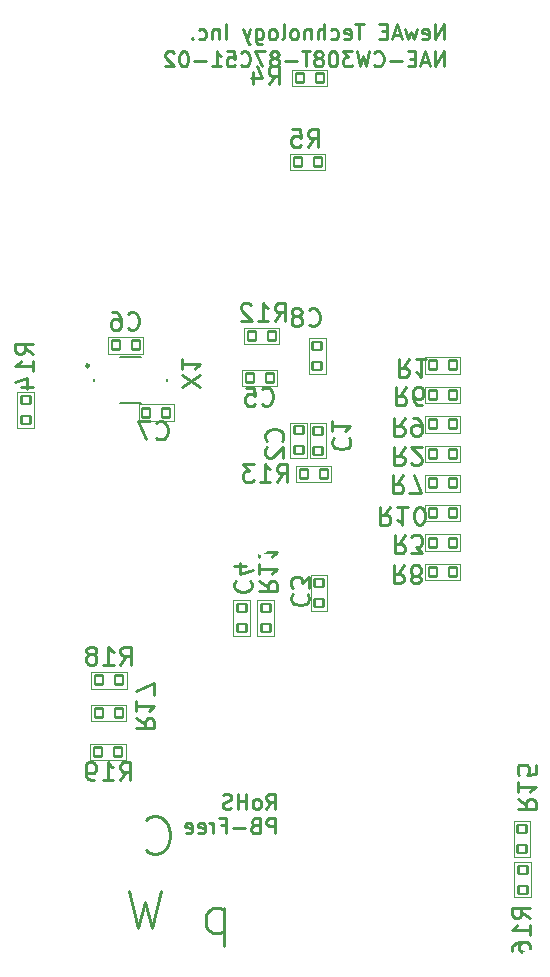
<source format=gbr>
%TF.GenerationSoftware,KiCad,Pcbnew,7.0.2*%
%TF.CreationDate,2023-05-23T14:23:01-07:00*%
%TF.ProjectId,CW308T_87C51,43573330-3854-45f3-9837-4335312e6b69,rev?*%
%TF.SameCoordinates,Original*%
%TF.FileFunction,Legend,Bot*%
%TF.FilePolarity,Positive*%
%FSLAX46Y46*%
G04 Gerber Fmt 4.6, Leading zero omitted, Abs format (unit mm)*
G04 Created by KiCad (PCBNEW 7.0.2) date 2023-05-23 14:23:01*
%MOMM*%
%LPD*%
G01*
G04 APERTURE LIST*
G04 Aperture macros list*
%AMRoundRect*
0 Rectangle with rounded corners*
0 $1 Rounding radius*
0 $2 $3 $4 $5 $6 $7 $8 $9 X,Y pos of 4 corners*
0 Add a 4 corners polygon primitive as box body*
4,1,4,$2,$3,$4,$5,$6,$7,$8,$9,$2,$3,0*
0 Add four circle primitives for the rounded corners*
1,1,$1+$1,$2,$3*
1,1,$1+$1,$4,$5*
1,1,$1+$1,$6,$7*
1,1,$1+$1,$8,$9*
0 Add four rect primitives between the rounded corners*
20,1,$1+$1,$2,$3,$4,$5,0*
20,1,$1+$1,$4,$5,$6,$7,0*
20,1,$1+$1,$6,$7,$8,$9,0*
20,1,$1+$1,$8,$9,$2,$3,0*%
G04 Aperture macros list end*
%ADD10C,0.254000*%
%ADD11C,0.100000*%
%ADD12C,0.200000*%
%ADD13C,0.250000*%
%ADD14R,1.550000X1.550000*%
%ADD15C,1.550000*%
%ADD16R,1.524000X1.524000*%
%ADD17C,1.524000*%
%ADD18R,2.794000X1.524000*%
%ADD19O,2.794000X1.524000*%
%ADD20R,1.524000X2.794000*%
%ADD21O,1.524000X2.794000*%
%ADD22C,6.350000*%
%ADD23RoundRect,0.112500X-0.387500X-0.337500X0.387500X-0.337500X0.387500X0.337500X-0.387500X0.337500X0*%
%ADD24RoundRect,0.112500X-0.337500X0.387500X-0.337500X-0.387500X0.337500X-0.387500X0.337500X0.387500X0*%
%ADD25RoundRect,0.112500X0.337500X-0.387500X0.337500X0.387500X-0.337500X0.387500X-0.337500X-0.387500X0*%
%ADD26RoundRect,0.112500X0.387500X0.337500X-0.387500X0.337500X-0.387500X-0.337500X0.387500X-0.337500X0*%
%ADD27R,1.800000X1.400000*%
G04 APERTURE END LIST*
D10*
X86697619Y91412474D02*
X86697619Y92682474D01*
X86697619Y92682474D02*
X85971904Y91412474D01*
X85971904Y91412474D02*
X85971904Y92682474D01*
X85427619Y91775331D02*
X84822857Y91775331D01*
X85548571Y91412474D02*
X85125238Y92682474D01*
X85125238Y92682474D02*
X84701904Y91412474D01*
X84278572Y92077712D02*
X83855238Y92077712D01*
X83673810Y91412474D02*
X84278572Y91412474D01*
X84278572Y91412474D02*
X84278572Y92682474D01*
X84278572Y92682474D02*
X83673810Y92682474D01*
X83129524Y91896284D02*
X82161905Y91896284D01*
X80831428Y91533427D02*
X80891904Y91472950D01*
X80891904Y91472950D02*
X81073333Y91412474D01*
X81073333Y91412474D02*
X81194285Y91412474D01*
X81194285Y91412474D02*
X81375714Y91472950D01*
X81375714Y91472950D02*
X81496666Y91593903D01*
X81496666Y91593903D02*
X81557143Y91714855D01*
X81557143Y91714855D02*
X81617619Y91956760D01*
X81617619Y91956760D02*
X81617619Y92138189D01*
X81617619Y92138189D02*
X81557143Y92380093D01*
X81557143Y92380093D02*
X81496666Y92501046D01*
X81496666Y92501046D02*
X81375714Y92621998D01*
X81375714Y92621998D02*
X81194285Y92682474D01*
X81194285Y92682474D02*
X81073333Y92682474D01*
X81073333Y92682474D02*
X80891904Y92621998D01*
X80891904Y92621998D02*
X80831428Y92561522D01*
X80408095Y92682474D02*
X80105714Y91412474D01*
X80105714Y91412474D02*
X79863809Y92319617D01*
X79863809Y92319617D02*
X79621904Y91412474D01*
X79621904Y91412474D02*
X79319524Y92682474D01*
X78956666Y92682474D02*
X78170475Y92682474D01*
X78170475Y92682474D02*
X78593809Y92198665D01*
X78593809Y92198665D02*
X78412380Y92198665D01*
X78412380Y92198665D02*
X78291428Y92138189D01*
X78291428Y92138189D02*
X78230952Y92077712D01*
X78230952Y92077712D02*
X78170475Y91956760D01*
X78170475Y91956760D02*
X78170475Y91654379D01*
X78170475Y91654379D02*
X78230952Y91533427D01*
X78230952Y91533427D02*
X78291428Y91472950D01*
X78291428Y91472950D02*
X78412380Y91412474D01*
X78412380Y91412474D02*
X78775237Y91412474D01*
X78775237Y91412474D02*
X78896190Y91472950D01*
X78896190Y91472950D02*
X78956666Y91533427D01*
X77384285Y92682474D02*
X77263332Y92682474D01*
X77263332Y92682474D02*
X77142380Y92621998D01*
X77142380Y92621998D02*
X77081904Y92561522D01*
X77081904Y92561522D02*
X77021428Y92440570D01*
X77021428Y92440570D02*
X76960951Y92198665D01*
X76960951Y92198665D02*
X76960951Y91896284D01*
X76960951Y91896284D02*
X77021428Y91654379D01*
X77021428Y91654379D02*
X77081904Y91533427D01*
X77081904Y91533427D02*
X77142380Y91472950D01*
X77142380Y91472950D02*
X77263332Y91412474D01*
X77263332Y91412474D02*
X77384285Y91412474D01*
X77384285Y91412474D02*
X77505237Y91472950D01*
X77505237Y91472950D02*
X77565713Y91533427D01*
X77565713Y91533427D02*
X77626190Y91654379D01*
X77626190Y91654379D02*
X77686666Y91896284D01*
X77686666Y91896284D02*
X77686666Y92198665D01*
X77686666Y92198665D02*
X77626190Y92440570D01*
X77626190Y92440570D02*
X77565713Y92561522D01*
X77565713Y92561522D02*
X77505237Y92621998D01*
X77505237Y92621998D02*
X77384285Y92682474D01*
X76235237Y92138189D02*
X76356189Y92198665D01*
X76356189Y92198665D02*
X76416666Y92259141D01*
X76416666Y92259141D02*
X76477142Y92380093D01*
X76477142Y92380093D02*
X76477142Y92440570D01*
X76477142Y92440570D02*
X76416666Y92561522D01*
X76416666Y92561522D02*
X76356189Y92621998D01*
X76356189Y92621998D02*
X76235237Y92682474D01*
X76235237Y92682474D02*
X75993332Y92682474D01*
X75993332Y92682474D02*
X75872380Y92621998D01*
X75872380Y92621998D02*
X75811904Y92561522D01*
X75811904Y92561522D02*
X75751427Y92440570D01*
X75751427Y92440570D02*
X75751427Y92380093D01*
X75751427Y92380093D02*
X75811904Y92259141D01*
X75811904Y92259141D02*
X75872380Y92198665D01*
X75872380Y92198665D02*
X75993332Y92138189D01*
X75993332Y92138189D02*
X76235237Y92138189D01*
X76235237Y92138189D02*
X76356189Y92077712D01*
X76356189Y92077712D02*
X76416666Y92017236D01*
X76416666Y92017236D02*
X76477142Y91896284D01*
X76477142Y91896284D02*
X76477142Y91654379D01*
X76477142Y91654379D02*
X76416666Y91533427D01*
X76416666Y91533427D02*
X76356189Y91472950D01*
X76356189Y91472950D02*
X76235237Y91412474D01*
X76235237Y91412474D02*
X75993332Y91412474D01*
X75993332Y91412474D02*
X75872380Y91472950D01*
X75872380Y91472950D02*
X75811904Y91533427D01*
X75811904Y91533427D02*
X75751427Y91654379D01*
X75751427Y91654379D02*
X75751427Y91896284D01*
X75751427Y91896284D02*
X75811904Y92017236D01*
X75811904Y92017236D02*
X75872380Y92077712D01*
X75872380Y92077712D02*
X75993332Y92138189D01*
X75388570Y92682474D02*
X74662856Y92682474D01*
X75025713Y91412474D02*
X75025713Y92682474D01*
X74239523Y91896284D02*
X73271904Y91896284D01*
X72485713Y92138189D02*
X72606665Y92198665D01*
X72606665Y92198665D02*
X72667142Y92259141D01*
X72667142Y92259141D02*
X72727618Y92380093D01*
X72727618Y92380093D02*
X72727618Y92440570D01*
X72727618Y92440570D02*
X72667142Y92561522D01*
X72667142Y92561522D02*
X72606665Y92621998D01*
X72606665Y92621998D02*
X72485713Y92682474D01*
X72485713Y92682474D02*
X72243808Y92682474D01*
X72243808Y92682474D02*
X72122856Y92621998D01*
X72122856Y92621998D02*
X72062380Y92561522D01*
X72062380Y92561522D02*
X72001903Y92440570D01*
X72001903Y92440570D02*
X72001903Y92380093D01*
X72001903Y92380093D02*
X72062380Y92259141D01*
X72062380Y92259141D02*
X72122856Y92198665D01*
X72122856Y92198665D02*
X72243808Y92138189D01*
X72243808Y92138189D02*
X72485713Y92138189D01*
X72485713Y92138189D02*
X72606665Y92077712D01*
X72606665Y92077712D02*
X72667142Y92017236D01*
X72667142Y92017236D02*
X72727618Y91896284D01*
X72727618Y91896284D02*
X72727618Y91654379D01*
X72727618Y91654379D02*
X72667142Y91533427D01*
X72667142Y91533427D02*
X72606665Y91472950D01*
X72606665Y91472950D02*
X72485713Y91412474D01*
X72485713Y91412474D02*
X72243808Y91412474D01*
X72243808Y91412474D02*
X72122856Y91472950D01*
X72122856Y91472950D02*
X72062380Y91533427D01*
X72062380Y91533427D02*
X72001903Y91654379D01*
X72001903Y91654379D02*
X72001903Y91896284D01*
X72001903Y91896284D02*
X72062380Y92017236D01*
X72062380Y92017236D02*
X72122856Y92077712D01*
X72122856Y92077712D02*
X72243808Y92138189D01*
X71578570Y92682474D02*
X70731903Y92682474D01*
X70731903Y92682474D02*
X71276189Y91412474D01*
X69522379Y91533427D02*
X69582855Y91472950D01*
X69582855Y91472950D02*
X69764284Y91412474D01*
X69764284Y91412474D02*
X69885236Y91412474D01*
X69885236Y91412474D02*
X70066665Y91472950D01*
X70066665Y91472950D02*
X70187617Y91593903D01*
X70187617Y91593903D02*
X70248094Y91714855D01*
X70248094Y91714855D02*
X70308570Y91956760D01*
X70308570Y91956760D02*
X70308570Y92138189D01*
X70308570Y92138189D02*
X70248094Y92380093D01*
X70248094Y92380093D02*
X70187617Y92501046D01*
X70187617Y92501046D02*
X70066665Y92621998D01*
X70066665Y92621998D02*
X69885236Y92682474D01*
X69885236Y92682474D02*
X69764284Y92682474D01*
X69764284Y92682474D02*
X69582855Y92621998D01*
X69582855Y92621998D02*
X69522379Y92561522D01*
X68373332Y92682474D02*
X68978094Y92682474D01*
X68978094Y92682474D02*
X69038570Y92077712D01*
X69038570Y92077712D02*
X68978094Y92138189D01*
X68978094Y92138189D02*
X68857141Y92198665D01*
X68857141Y92198665D02*
X68554760Y92198665D01*
X68554760Y92198665D02*
X68433808Y92138189D01*
X68433808Y92138189D02*
X68373332Y92077712D01*
X68373332Y92077712D02*
X68312855Y91956760D01*
X68312855Y91956760D02*
X68312855Y91654379D01*
X68312855Y91654379D02*
X68373332Y91533427D01*
X68373332Y91533427D02*
X68433808Y91472950D01*
X68433808Y91472950D02*
X68554760Y91412474D01*
X68554760Y91412474D02*
X68857141Y91412474D01*
X68857141Y91412474D02*
X68978094Y91472950D01*
X68978094Y91472950D02*
X69038570Y91533427D01*
X67103331Y91412474D02*
X67829046Y91412474D01*
X67466189Y91412474D02*
X67466189Y92682474D01*
X67466189Y92682474D02*
X67587141Y92501046D01*
X67587141Y92501046D02*
X67708093Y92380093D01*
X67708093Y92380093D02*
X67829046Y92319617D01*
X66559046Y91896284D02*
X65591427Y91896284D01*
X64744760Y92682474D02*
X64623807Y92682474D01*
X64623807Y92682474D02*
X64502855Y92621998D01*
X64502855Y92621998D02*
X64442379Y92561522D01*
X64442379Y92561522D02*
X64381903Y92440570D01*
X64381903Y92440570D02*
X64321426Y92198665D01*
X64321426Y92198665D02*
X64321426Y91896284D01*
X64321426Y91896284D02*
X64381903Y91654379D01*
X64381903Y91654379D02*
X64442379Y91533427D01*
X64442379Y91533427D02*
X64502855Y91472950D01*
X64502855Y91472950D02*
X64623807Y91412474D01*
X64623807Y91412474D02*
X64744760Y91412474D01*
X64744760Y91412474D02*
X64865712Y91472950D01*
X64865712Y91472950D02*
X64926188Y91533427D01*
X64926188Y91533427D02*
X64986665Y91654379D01*
X64986665Y91654379D02*
X65047141Y91896284D01*
X65047141Y91896284D02*
X65047141Y92198665D01*
X65047141Y92198665D02*
X64986665Y92440570D01*
X64986665Y92440570D02*
X64926188Y92561522D01*
X64926188Y92561522D02*
X64865712Y92621998D01*
X64865712Y92621998D02*
X64744760Y92682474D01*
X63837617Y92561522D02*
X63777141Y92621998D01*
X63777141Y92621998D02*
X63656188Y92682474D01*
X63656188Y92682474D02*
X63353807Y92682474D01*
X63353807Y92682474D02*
X63232855Y92621998D01*
X63232855Y92621998D02*
X63172379Y92561522D01*
X63172379Y92561522D02*
X63111902Y92440570D01*
X63111902Y92440570D02*
X63111902Y92319617D01*
X63111902Y92319617D02*
X63172379Y92138189D01*
X63172379Y92138189D02*
X63898093Y91412474D01*
X63898093Y91412474D02*
X63111902Y91412474D01*
X62760713Y21606185D02*
X62004761Y18431185D01*
X62004761Y18431185D02*
X61399999Y20699042D01*
X61399999Y20699042D02*
X60795237Y18431185D01*
X60795237Y18431185D02*
X60039285Y21606185D01*
X71671904Y28541174D02*
X72095238Y29145936D01*
X72397619Y28541174D02*
X72397619Y29811174D01*
X72397619Y29811174D02*
X71913809Y29811174D01*
X71913809Y29811174D02*
X71792857Y29750698D01*
X71792857Y29750698D02*
X71732380Y29690222D01*
X71732380Y29690222D02*
X71671904Y29569270D01*
X71671904Y29569270D02*
X71671904Y29387841D01*
X71671904Y29387841D02*
X71732380Y29266889D01*
X71732380Y29266889D02*
X71792857Y29206412D01*
X71792857Y29206412D02*
X71913809Y29145936D01*
X71913809Y29145936D02*
X72397619Y29145936D01*
X70946190Y28541174D02*
X71067142Y28601650D01*
X71067142Y28601650D02*
X71127619Y28662127D01*
X71127619Y28662127D02*
X71188095Y28783079D01*
X71188095Y28783079D02*
X71188095Y29145936D01*
X71188095Y29145936D02*
X71127619Y29266889D01*
X71127619Y29266889D02*
X71067142Y29327365D01*
X71067142Y29327365D02*
X70946190Y29387841D01*
X70946190Y29387841D02*
X70764761Y29387841D01*
X70764761Y29387841D02*
X70643809Y29327365D01*
X70643809Y29327365D02*
X70583333Y29266889D01*
X70583333Y29266889D02*
X70522857Y29145936D01*
X70522857Y29145936D02*
X70522857Y28783079D01*
X70522857Y28783079D02*
X70583333Y28662127D01*
X70583333Y28662127D02*
X70643809Y28601650D01*
X70643809Y28601650D02*
X70764761Y28541174D01*
X70764761Y28541174D02*
X70946190Y28541174D01*
X69978571Y28541174D02*
X69978571Y29811174D01*
X69978571Y29206412D02*
X69252856Y29206412D01*
X69252856Y28541174D02*
X69252856Y29811174D01*
X68708571Y28601650D02*
X68527142Y28541174D01*
X68527142Y28541174D02*
X68224761Y28541174D01*
X68224761Y28541174D02*
X68103809Y28601650D01*
X68103809Y28601650D02*
X68043333Y28662127D01*
X68043333Y28662127D02*
X67982856Y28783079D01*
X67982856Y28783079D02*
X67982856Y28904031D01*
X67982856Y28904031D02*
X68043333Y29024984D01*
X68043333Y29024984D02*
X68103809Y29085460D01*
X68103809Y29085460D02*
X68224761Y29145936D01*
X68224761Y29145936D02*
X68466666Y29206412D01*
X68466666Y29206412D02*
X68587618Y29266889D01*
X68587618Y29266889D02*
X68648095Y29327365D01*
X68648095Y29327365D02*
X68708571Y29448317D01*
X68708571Y29448317D02*
X68708571Y29569270D01*
X68708571Y29569270D02*
X68648095Y29690222D01*
X68648095Y29690222D02*
X68587618Y29750698D01*
X68587618Y29750698D02*
X68466666Y29811174D01*
X68466666Y29811174D02*
X68164285Y29811174D01*
X68164285Y29811174D02*
X67982856Y29750698D01*
X72397619Y26483774D02*
X72397619Y27753774D01*
X72397619Y27753774D02*
X71913809Y27753774D01*
X71913809Y27753774D02*
X71792857Y27693298D01*
X71792857Y27693298D02*
X71732380Y27632822D01*
X71732380Y27632822D02*
X71671904Y27511870D01*
X71671904Y27511870D02*
X71671904Y27330441D01*
X71671904Y27330441D02*
X71732380Y27209489D01*
X71732380Y27209489D02*
X71792857Y27149012D01*
X71792857Y27149012D02*
X71913809Y27088536D01*
X71913809Y27088536D02*
X72397619Y27088536D01*
X70704285Y27149012D02*
X70522857Y27088536D01*
X70522857Y27088536D02*
X70462380Y27028060D01*
X70462380Y27028060D02*
X70401904Y26907108D01*
X70401904Y26907108D02*
X70401904Y26725679D01*
X70401904Y26725679D02*
X70462380Y26604727D01*
X70462380Y26604727D02*
X70522857Y26544250D01*
X70522857Y26544250D02*
X70643809Y26483774D01*
X70643809Y26483774D02*
X71127619Y26483774D01*
X71127619Y26483774D02*
X71127619Y27753774D01*
X71127619Y27753774D02*
X70704285Y27753774D01*
X70704285Y27753774D02*
X70583333Y27693298D01*
X70583333Y27693298D02*
X70522857Y27632822D01*
X70522857Y27632822D02*
X70462380Y27511870D01*
X70462380Y27511870D02*
X70462380Y27390917D01*
X70462380Y27390917D02*
X70522857Y27269965D01*
X70522857Y27269965D02*
X70583333Y27209489D01*
X70583333Y27209489D02*
X70704285Y27149012D01*
X70704285Y27149012D02*
X71127619Y27149012D01*
X69857619Y26967584D02*
X68890000Y26967584D01*
X67861904Y27149012D02*
X68285238Y27149012D01*
X68285238Y26483774D02*
X68285238Y27753774D01*
X68285238Y27753774D02*
X67680476Y27753774D01*
X67196667Y26483774D02*
X67196667Y27330441D01*
X67196667Y27088536D02*
X67136190Y27209489D01*
X67136190Y27209489D02*
X67075714Y27269965D01*
X67075714Y27269965D02*
X66954762Y27330441D01*
X66954762Y27330441D02*
X66833809Y27330441D01*
X65926667Y26544250D02*
X66047619Y26483774D01*
X66047619Y26483774D02*
X66289524Y26483774D01*
X66289524Y26483774D02*
X66410477Y26544250D01*
X66410477Y26544250D02*
X66470953Y26665203D01*
X66470953Y26665203D02*
X66470953Y27149012D01*
X66470953Y27149012D02*
X66410477Y27269965D01*
X66410477Y27269965D02*
X66289524Y27330441D01*
X66289524Y27330441D02*
X66047619Y27330441D01*
X66047619Y27330441D02*
X65926667Y27269965D01*
X65926667Y27269965D02*
X65866191Y27149012D01*
X65866191Y27149012D02*
X65866191Y27028060D01*
X65866191Y27028060D02*
X66470953Y26907108D01*
X64838096Y26544250D02*
X64959048Y26483774D01*
X64959048Y26483774D02*
X65200953Y26483774D01*
X65200953Y26483774D02*
X65321906Y26544250D01*
X65321906Y26544250D02*
X65382382Y26665203D01*
X65382382Y26665203D02*
X65382382Y27149012D01*
X65382382Y27149012D02*
X65321906Y27269965D01*
X65321906Y27269965D02*
X65200953Y27330441D01*
X65200953Y27330441D02*
X64959048Y27330441D01*
X64959048Y27330441D02*
X64838096Y27269965D01*
X64838096Y27269965D02*
X64777620Y27149012D01*
X64777620Y27149012D02*
X64777620Y27028060D01*
X64777620Y27028060D02*
X65382382Y26907108D01*
X86697619Y93712474D02*
X86697619Y94982474D01*
X86697619Y94982474D02*
X85971904Y93712474D01*
X85971904Y93712474D02*
X85971904Y94982474D01*
X84883333Y93772950D02*
X85004285Y93712474D01*
X85004285Y93712474D02*
X85246190Y93712474D01*
X85246190Y93712474D02*
X85367143Y93772950D01*
X85367143Y93772950D02*
X85427619Y93893903D01*
X85427619Y93893903D02*
X85427619Y94377712D01*
X85427619Y94377712D02*
X85367143Y94498665D01*
X85367143Y94498665D02*
X85246190Y94559141D01*
X85246190Y94559141D02*
X85004285Y94559141D01*
X85004285Y94559141D02*
X84883333Y94498665D01*
X84883333Y94498665D02*
X84822857Y94377712D01*
X84822857Y94377712D02*
X84822857Y94256760D01*
X84822857Y94256760D02*
X85427619Y94135808D01*
X84399524Y94559141D02*
X84157619Y93712474D01*
X84157619Y93712474D02*
X83915714Y94317236D01*
X83915714Y94317236D02*
X83673810Y93712474D01*
X83673810Y93712474D02*
X83431905Y94559141D01*
X83008572Y94075331D02*
X82403810Y94075331D01*
X83129524Y93712474D02*
X82706191Y94982474D01*
X82706191Y94982474D02*
X82282857Y93712474D01*
X81859525Y94377712D02*
X81436191Y94377712D01*
X81254763Y93712474D02*
X81859525Y93712474D01*
X81859525Y93712474D02*
X81859525Y94982474D01*
X81859525Y94982474D02*
X81254763Y94982474D01*
X79924286Y94982474D02*
X79198572Y94982474D01*
X79561429Y93712474D02*
X79561429Y94982474D01*
X78291429Y93772950D02*
X78412381Y93712474D01*
X78412381Y93712474D02*
X78654286Y93712474D01*
X78654286Y93712474D02*
X78775239Y93772950D01*
X78775239Y93772950D02*
X78835715Y93893903D01*
X78835715Y93893903D02*
X78835715Y94377712D01*
X78835715Y94377712D02*
X78775239Y94498665D01*
X78775239Y94498665D02*
X78654286Y94559141D01*
X78654286Y94559141D02*
X78412381Y94559141D01*
X78412381Y94559141D02*
X78291429Y94498665D01*
X78291429Y94498665D02*
X78230953Y94377712D01*
X78230953Y94377712D02*
X78230953Y94256760D01*
X78230953Y94256760D02*
X78835715Y94135808D01*
X77142382Y93772950D02*
X77263334Y93712474D01*
X77263334Y93712474D02*
X77505239Y93712474D01*
X77505239Y93712474D02*
X77626191Y93772950D01*
X77626191Y93772950D02*
X77686668Y93833427D01*
X77686668Y93833427D02*
X77747144Y93954379D01*
X77747144Y93954379D02*
X77747144Y94317236D01*
X77747144Y94317236D02*
X77686668Y94438189D01*
X77686668Y94438189D02*
X77626191Y94498665D01*
X77626191Y94498665D02*
X77505239Y94559141D01*
X77505239Y94559141D02*
X77263334Y94559141D01*
X77263334Y94559141D02*
X77142382Y94498665D01*
X76598097Y93712474D02*
X76598097Y94982474D01*
X76053811Y93712474D02*
X76053811Y94377712D01*
X76053811Y94377712D02*
X76114287Y94498665D01*
X76114287Y94498665D02*
X76235239Y94559141D01*
X76235239Y94559141D02*
X76416668Y94559141D01*
X76416668Y94559141D02*
X76537620Y94498665D01*
X76537620Y94498665D02*
X76598097Y94438189D01*
X75449049Y94559141D02*
X75449049Y93712474D01*
X75449049Y94438189D02*
X75388572Y94498665D01*
X75388572Y94498665D02*
X75267620Y94559141D01*
X75267620Y94559141D02*
X75086191Y94559141D01*
X75086191Y94559141D02*
X74965239Y94498665D01*
X74965239Y94498665D02*
X74904763Y94377712D01*
X74904763Y94377712D02*
X74904763Y93712474D01*
X74118572Y93712474D02*
X74239524Y93772950D01*
X74239524Y93772950D02*
X74300001Y93833427D01*
X74300001Y93833427D02*
X74360477Y93954379D01*
X74360477Y93954379D02*
X74360477Y94317236D01*
X74360477Y94317236D02*
X74300001Y94438189D01*
X74300001Y94438189D02*
X74239524Y94498665D01*
X74239524Y94498665D02*
X74118572Y94559141D01*
X74118572Y94559141D02*
X73937143Y94559141D01*
X73937143Y94559141D02*
X73816191Y94498665D01*
X73816191Y94498665D02*
X73755715Y94438189D01*
X73755715Y94438189D02*
X73695239Y94317236D01*
X73695239Y94317236D02*
X73695239Y93954379D01*
X73695239Y93954379D02*
X73755715Y93833427D01*
X73755715Y93833427D02*
X73816191Y93772950D01*
X73816191Y93772950D02*
X73937143Y93712474D01*
X73937143Y93712474D02*
X74118572Y93712474D01*
X72969524Y93712474D02*
X73090476Y93772950D01*
X73090476Y93772950D02*
X73150953Y93893903D01*
X73150953Y93893903D02*
X73150953Y94982474D01*
X72304286Y93712474D02*
X72425238Y93772950D01*
X72425238Y93772950D02*
X72485715Y93833427D01*
X72485715Y93833427D02*
X72546191Y93954379D01*
X72546191Y93954379D02*
X72546191Y94317236D01*
X72546191Y94317236D02*
X72485715Y94438189D01*
X72485715Y94438189D02*
X72425238Y94498665D01*
X72425238Y94498665D02*
X72304286Y94559141D01*
X72304286Y94559141D02*
X72122857Y94559141D01*
X72122857Y94559141D02*
X72001905Y94498665D01*
X72001905Y94498665D02*
X71941429Y94438189D01*
X71941429Y94438189D02*
X71880953Y94317236D01*
X71880953Y94317236D02*
X71880953Y93954379D01*
X71880953Y93954379D02*
X71941429Y93833427D01*
X71941429Y93833427D02*
X72001905Y93772950D01*
X72001905Y93772950D02*
X72122857Y93712474D01*
X72122857Y93712474D02*
X72304286Y93712474D01*
X70792381Y94559141D02*
X70792381Y93531046D01*
X70792381Y93531046D02*
X70852857Y93410093D01*
X70852857Y93410093D02*
X70913333Y93349617D01*
X70913333Y93349617D02*
X71034286Y93289141D01*
X71034286Y93289141D02*
X71215714Y93289141D01*
X71215714Y93289141D02*
X71336667Y93349617D01*
X70792381Y93772950D02*
X70913333Y93712474D01*
X70913333Y93712474D02*
X71155238Y93712474D01*
X71155238Y93712474D02*
X71276190Y93772950D01*
X71276190Y93772950D02*
X71336667Y93833427D01*
X71336667Y93833427D02*
X71397143Y93954379D01*
X71397143Y93954379D02*
X71397143Y94317236D01*
X71397143Y94317236D02*
X71336667Y94438189D01*
X71336667Y94438189D02*
X71276190Y94498665D01*
X71276190Y94498665D02*
X71155238Y94559141D01*
X71155238Y94559141D02*
X70913333Y94559141D01*
X70913333Y94559141D02*
X70792381Y94498665D01*
X70308571Y94559141D02*
X70006190Y93712474D01*
X69703809Y94559141D02*
X70006190Y93712474D01*
X70006190Y93712474D02*
X70127142Y93410093D01*
X70127142Y93410093D02*
X70187619Y93349617D01*
X70187619Y93349617D02*
X70308571Y93289141D01*
X68252381Y93712474D02*
X68252381Y94982474D01*
X67647619Y94559141D02*
X67647619Y93712474D01*
X67647619Y94438189D02*
X67587142Y94498665D01*
X67587142Y94498665D02*
X67466190Y94559141D01*
X67466190Y94559141D02*
X67284761Y94559141D01*
X67284761Y94559141D02*
X67163809Y94498665D01*
X67163809Y94498665D02*
X67103333Y94377712D01*
X67103333Y94377712D02*
X67103333Y93712474D01*
X65954285Y93772950D02*
X66075237Y93712474D01*
X66075237Y93712474D02*
X66317142Y93712474D01*
X66317142Y93712474D02*
X66438094Y93772950D01*
X66438094Y93772950D02*
X66498571Y93833427D01*
X66498571Y93833427D02*
X66559047Y93954379D01*
X66559047Y93954379D02*
X66559047Y94317236D01*
X66559047Y94317236D02*
X66498571Y94438189D01*
X66498571Y94438189D02*
X66438094Y94498665D01*
X66438094Y94498665D02*
X66317142Y94559141D01*
X66317142Y94559141D02*
X66075237Y94559141D01*
X66075237Y94559141D02*
X65954285Y94498665D01*
X65410000Y93833427D02*
X65349523Y93772950D01*
X65349523Y93772950D02*
X65410000Y93712474D01*
X65410000Y93712474D02*
X65470476Y93772950D01*
X65470476Y93772950D02*
X65410000Y93833427D01*
X65410000Y93833427D02*
X65410000Y93712474D01*
X61517261Y25033566D02*
X61668452Y24882375D01*
X61668452Y24882375D02*
X62122023Y24731185D01*
X62122023Y24731185D02*
X62424404Y24731185D01*
X62424404Y24731185D02*
X62877976Y24882375D01*
X62877976Y24882375D02*
X63180357Y25184756D01*
X63180357Y25184756D02*
X63331547Y25487137D01*
X63331547Y25487137D02*
X63482738Y26091899D01*
X63482738Y26091899D02*
X63482738Y26545471D01*
X63482738Y26545471D02*
X63331547Y27150233D01*
X63331547Y27150233D02*
X63180357Y27452614D01*
X63180357Y27452614D02*
X62877976Y27754995D01*
X62877976Y27754995D02*
X62424404Y27906185D01*
X62424404Y27906185D02*
X62122023Y27906185D01*
X62122023Y27906185D02*
X61668452Y27754995D01*
X61668452Y27754995D02*
X61517261Y27603804D01*
X68080356Y20147852D02*
X68080356Y16972852D01*
X68080356Y19996661D02*
X67777975Y20147852D01*
X67777975Y20147852D02*
X67173213Y20147852D01*
X67173213Y20147852D02*
X66870832Y19996661D01*
X66870832Y19996661D02*
X66719642Y19845471D01*
X66719642Y19845471D02*
X66568451Y19543090D01*
X66568451Y19543090D02*
X66568451Y18635947D01*
X66568451Y18635947D02*
X66719642Y18333566D01*
X66719642Y18333566D02*
X66870832Y18182375D01*
X66870832Y18182375D02*
X67173213Y18031185D01*
X67173213Y18031185D02*
X67777975Y18031185D01*
X67777975Y18031185D02*
X68080356Y18182375D01*
%TO.C,C2*%
X72972748Y59726286D02*
X73045320Y59798858D01*
X73045320Y59798858D02*
X73117891Y60016572D01*
X73117891Y60016572D02*
X73117891Y60161715D01*
X73117891Y60161715D02*
X73045320Y60379429D01*
X73045320Y60379429D02*
X72900177Y60524572D01*
X72900177Y60524572D02*
X72755034Y60597143D01*
X72755034Y60597143D02*
X72464748Y60669715D01*
X72464748Y60669715D02*
X72247034Y60669715D01*
X72247034Y60669715D02*
X71956748Y60597143D01*
X71956748Y60597143D02*
X71811605Y60524572D01*
X71811605Y60524572D02*
X71666462Y60379429D01*
X71666462Y60379429D02*
X71593891Y60161715D01*
X71593891Y60161715D02*
X71593891Y60016572D01*
X71593891Y60016572D02*
X71666462Y59798858D01*
X71666462Y59798858D02*
X71739034Y59726286D01*
X71739034Y59145715D02*
X71666462Y59073143D01*
X71666462Y59073143D02*
X71593891Y58928000D01*
X71593891Y58928000D02*
X71593891Y58565143D01*
X71593891Y58565143D02*
X71666462Y58420000D01*
X71666462Y58420000D02*
X71739034Y58347429D01*
X71739034Y58347429D02*
X71884177Y58274858D01*
X71884177Y58274858D02*
X72029320Y58274858D01*
X72029320Y58274858D02*
X72247034Y58347429D01*
X72247034Y58347429D02*
X73117891Y59218286D01*
X73117891Y59218286D02*
X73117891Y58274858D01*
%TO.C,R1*%
X83756684Y66624692D02*
X83248684Y65898978D01*
X82885827Y66624692D02*
X82885827Y65100692D01*
X82885827Y65100692D02*
X83466398Y65100692D01*
X83466398Y65100692D02*
X83611541Y65173263D01*
X83611541Y65173263D02*
X83684112Y65245835D01*
X83684112Y65245835D02*
X83756684Y65390978D01*
X83756684Y65390978D02*
X83756684Y65608692D01*
X83756684Y65608692D02*
X83684112Y65753835D01*
X83684112Y65753835D02*
X83611541Y65826406D01*
X83611541Y65826406D02*
X83466398Y65898978D01*
X83466398Y65898978D02*
X82885827Y65898978D01*
X85208112Y66624692D02*
X84337255Y66624692D01*
X84772684Y66624692D02*
X84772684Y65100692D01*
X84772684Y65100692D02*
X84627541Y65318406D01*
X84627541Y65318406D02*
X84482398Y65463549D01*
X84482398Y65463549D02*
X84337255Y65536120D01*
%TO.C,R16*%
X93996691Y19314886D02*
X93270977Y19822886D01*
X93996691Y20185743D02*
X92472691Y20185743D01*
X92472691Y20185743D02*
X92472691Y19605172D01*
X92472691Y19605172D02*
X92545262Y19460029D01*
X92545262Y19460029D02*
X92617834Y19387458D01*
X92617834Y19387458D02*
X92762977Y19314886D01*
X92762977Y19314886D02*
X92980691Y19314886D01*
X92980691Y19314886D02*
X93125834Y19387458D01*
X93125834Y19387458D02*
X93198405Y19460029D01*
X93198405Y19460029D02*
X93270977Y19605172D01*
X93270977Y19605172D02*
X93270977Y20185743D01*
X93996691Y17863458D02*
X93996691Y18734315D01*
X93996691Y18298886D02*
X92472691Y18298886D01*
X92472691Y18298886D02*
X92690405Y18444029D01*
X92690405Y18444029D02*
X92835548Y18589172D01*
X92835548Y18589172D02*
X92908120Y18734315D01*
X92472691Y16557171D02*
X92472691Y16847457D01*
X92472691Y16847457D02*
X92545262Y16992600D01*
X92545262Y16992600D02*
X92617834Y17065171D01*
X92617834Y17065171D02*
X92835548Y17210314D01*
X92835548Y17210314D02*
X93125834Y17282886D01*
X93125834Y17282886D02*
X93706405Y17282886D01*
X93706405Y17282886D02*
X93851548Y17210314D01*
X93851548Y17210314D02*
X93924120Y17137743D01*
X93924120Y17137743D02*
X93996691Y16992600D01*
X93996691Y16992600D02*
X93996691Y16702314D01*
X93996691Y16702314D02*
X93924120Y16557171D01*
X93924120Y16557171D02*
X93851548Y16484600D01*
X93851548Y16484600D02*
X93706405Y16412029D01*
X93706405Y16412029D02*
X93343548Y16412029D01*
X93343548Y16412029D02*
X93198405Y16484600D01*
X93198405Y16484600D02*
X93125834Y16557171D01*
X93125834Y16557171D02*
X93053262Y16702314D01*
X93053262Y16702314D02*
X93053262Y16992600D01*
X93053262Y16992600D02*
X93125834Y17137743D01*
X93125834Y17137743D02*
X93198405Y17210314D01*
X93198405Y17210314D02*
X93343548Y17282886D01*
%TO.C,R19*%
X59269085Y30971309D02*
X59777085Y31697023D01*
X60139942Y30971309D02*
X60139942Y32495309D01*
X60139942Y32495309D02*
X59559371Y32495309D01*
X59559371Y32495309D02*
X59414228Y32422738D01*
X59414228Y32422738D02*
X59341657Y32350166D01*
X59341657Y32350166D02*
X59269085Y32205023D01*
X59269085Y32205023D02*
X59269085Y31987309D01*
X59269085Y31987309D02*
X59341657Y31842166D01*
X59341657Y31842166D02*
X59414228Y31769595D01*
X59414228Y31769595D02*
X59559371Y31697023D01*
X59559371Y31697023D02*
X60139942Y31697023D01*
X57817657Y30971309D02*
X58688514Y30971309D01*
X58253085Y30971309D02*
X58253085Y32495309D01*
X58253085Y32495309D02*
X58398228Y32277595D01*
X58398228Y32277595D02*
X58543371Y32132452D01*
X58543371Y32132452D02*
X58688514Y32059880D01*
X57091942Y30971309D02*
X56801656Y30971309D01*
X56801656Y30971309D02*
X56656513Y31043880D01*
X56656513Y31043880D02*
X56583942Y31116452D01*
X56583942Y31116452D02*
X56438799Y31334166D01*
X56438799Y31334166D02*
X56366228Y31624452D01*
X56366228Y31624452D02*
X56366228Y32205023D01*
X56366228Y32205023D02*
X56438799Y32350166D01*
X56438799Y32350166D02*
X56511371Y32422738D01*
X56511371Y32422738D02*
X56656513Y32495309D01*
X56656513Y32495309D02*
X56946799Y32495309D01*
X56946799Y32495309D02*
X57091942Y32422738D01*
X57091942Y32422738D02*
X57164513Y32350166D01*
X57164513Y32350166D02*
X57237085Y32205023D01*
X57237085Y32205023D02*
X57237085Y31842166D01*
X57237085Y31842166D02*
X57164513Y31697023D01*
X57164513Y31697023D02*
X57091942Y31624452D01*
X57091942Y31624452D02*
X56946799Y31551880D01*
X56946799Y31551880D02*
X56656513Y31551880D01*
X56656513Y31551880D02*
X56511371Y31624452D01*
X56511371Y31624452D02*
X56438799Y31697023D01*
X56438799Y31697023D02*
X56366228Y31842166D01*
%TO.C,R8*%
X83324884Y49175492D02*
X82816884Y48449778D01*
X82454027Y49175492D02*
X82454027Y47651492D01*
X82454027Y47651492D02*
X83034598Y47651492D01*
X83034598Y47651492D02*
X83179741Y47724063D01*
X83179741Y47724063D02*
X83252312Y47796635D01*
X83252312Y47796635D02*
X83324884Y47941778D01*
X83324884Y47941778D02*
X83324884Y48159492D01*
X83324884Y48159492D02*
X83252312Y48304635D01*
X83252312Y48304635D02*
X83179741Y48377206D01*
X83179741Y48377206D02*
X83034598Y48449778D01*
X83034598Y48449778D02*
X82454027Y48449778D01*
X84195741Y48304635D02*
X84050598Y48232063D01*
X84050598Y48232063D02*
X83978027Y48159492D01*
X83978027Y48159492D02*
X83905455Y48014349D01*
X83905455Y48014349D02*
X83905455Y47941778D01*
X83905455Y47941778D02*
X83978027Y47796635D01*
X83978027Y47796635D02*
X84050598Y47724063D01*
X84050598Y47724063D02*
X84195741Y47651492D01*
X84195741Y47651492D02*
X84486027Y47651492D01*
X84486027Y47651492D02*
X84631170Y47724063D01*
X84631170Y47724063D02*
X84703741Y47796635D01*
X84703741Y47796635D02*
X84776312Y47941778D01*
X84776312Y47941778D02*
X84776312Y48014349D01*
X84776312Y48014349D02*
X84703741Y48159492D01*
X84703741Y48159492D02*
X84631170Y48232063D01*
X84631170Y48232063D02*
X84486027Y48304635D01*
X84486027Y48304635D02*
X84195741Y48304635D01*
X84195741Y48304635D02*
X84050598Y48377206D01*
X84050598Y48377206D02*
X83978027Y48449778D01*
X83978027Y48449778D02*
X83905455Y48594920D01*
X83905455Y48594920D02*
X83905455Y48885206D01*
X83905455Y48885206D02*
X83978027Y49030349D01*
X83978027Y49030349D02*
X84050598Y49102920D01*
X84050598Y49102920D02*
X84195741Y49175492D01*
X84195741Y49175492D02*
X84486027Y49175492D01*
X84486027Y49175492D02*
X84631170Y49102920D01*
X84631170Y49102920D02*
X84703741Y49030349D01*
X84703741Y49030349D02*
X84776312Y48885206D01*
X84776312Y48885206D02*
X84776312Y48594920D01*
X84776312Y48594920D02*
X84703741Y48449778D01*
X84703741Y48449778D02*
X84631170Y48377206D01*
X84631170Y48377206D02*
X84486027Y48304635D01*
%TO.C,R12*%
X72413585Y69857809D02*
X72921585Y70583523D01*
X73284442Y69857809D02*
X73284442Y71381809D01*
X73284442Y71381809D02*
X72703871Y71381809D01*
X72703871Y71381809D02*
X72558728Y71309238D01*
X72558728Y71309238D02*
X72486157Y71236666D01*
X72486157Y71236666D02*
X72413585Y71091523D01*
X72413585Y71091523D02*
X72413585Y70873809D01*
X72413585Y70873809D02*
X72486157Y70728666D01*
X72486157Y70728666D02*
X72558728Y70656095D01*
X72558728Y70656095D02*
X72703871Y70583523D01*
X72703871Y70583523D02*
X73284442Y70583523D01*
X70962157Y69857809D02*
X71833014Y69857809D01*
X71397585Y69857809D02*
X71397585Y71381809D01*
X71397585Y71381809D02*
X71542728Y71164095D01*
X71542728Y71164095D02*
X71687871Y71018952D01*
X71687871Y71018952D02*
X71833014Y70946380D01*
X70381585Y71236666D02*
X70309013Y71309238D01*
X70309013Y71309238D02*
X70163871Y71381809D01*
X70163871Y71381809D02*
X69801013Y71381809D01*
X69801013Y71381809D02*
X69655871Y71309238D01*
X69655871Y71309238D02*
X69583299Y71236666D01*
X69583299Y71236666D02*
X69510728Y71091523D01*
X69510728Y71091523D02*
X69510728Y70946380D01*
X69510728Y70946380D02*
X69583299Y70728666D01*
X69583299Y70728666D02*
X70454156Y69857809D01*
X70454156Y69857809D02*
X69510728Y69857809D01*
%TO.C,R11*%
X71077908Y47842715D02*
X71803622Y47334715D01*
X71077908Y46971858D02*
X72601908Y46971858D01*
X72601908Y46971858D02*
X72601908Y47552429D01*
X72601908Y47552429D02*
X72529337Y47697572D01*
X72529337Y47697572D02*
X72456765Y47770143D01*
X72456765Y47770143D02*
X72311622Y47842715D01*
X72311622Y47842715D02*
X72093908Y47842715D01*
X72093908Y47842715D02*
X71948765Y47770143D01*
X71948765Y47770143D02*
X71876194Y47697572D01*
X71876194Y47697572D02*
X71803622Y47552429D01*
X71803622Y47552429D02*
X71803622Y46971858D01*
X71077908Y49294143D02*
X71077908Y48423286D01*
X71077908Y48858715D02*
X72601908Y48858715D01*
X72601908Y48858715D02*
X72384194Y48713572D01*
X72384194Y48713572D02*
X72239051Y48568429D01*
X72239051Y48568429D02*
X72166480Y48423286D01*
X71077908Y50745572D02*
X71077908Y49874715D01*
X71077908Y50310144D02*
X72601908Y50310144D01*
X72601908Y50310144D02*
X72384194Y50165001D01*
X72384194Y50165001D02*
X72239051Y50019858D01*
X72239051Y50019858D02*
X72166480Y49874715D01*
%TO.C,C5*%
X71308685Y62841052D02*
X71381257Y62768480D01*
X71381257Y62768480D02*
X71598971Y62695909D01*
X71598971Y62695909D02*
X71744114Y62695909D01*
X71744114Y62695909D02*
X71961828Y62768480D01*
X71961828Y62768480D02*
X72106971Y62913623D01*
X72106971Y62913623D02*
X72179542Y63058766D01*
X72179542Y63058766D02*
X72252114Y63349052D01*
X72252114Y63349052D02*
X72252114Y63566766D01*
X72252114Y63566766D02*
X72179542Y63857052D01*
X72179542Y63857052D02*
X72106971Y64002195D01*
X72106971Y64002195D02*
X71961828Y64147338D01*
X71961828Y64147338D02*
X71744114Y64219909D01*
X71744114Y64219909D02*
X71598971Y64219909D01*
X71598971Y64219909D02*
X71381257Y64147338D01*
X71381257Y64147338D02*
X71308685Y64074766D01*
X69929828Y64219909D02*
X70655542Y64219909D01*
X70655542Y64219909D02*
X70728114Y63494195D01*
X70728114Y63494195D02*
X70655542Y63566766D01*
X70655542Y63566766D02*
X70510400Y63639338D01*
X70510400Y63639338D02*
X70147542Y63639338D01*
X70147542Y63639338D02*
X70002400Y63566766D01*
X70002400Y63566766D02*
X69929828Y63494195D01*
X69929828Y63494195D02*
X69857257Y63349052D01*
X69857257Y63349052D02*
X69857257Y62986195D01*
X69857257Y62986195D02*
X69929828Y62841052D01*
X69929828Y62841052D02*
X70002400Y62768480D01*
X70002400Y62768480D02*
X70147542Y62695909D01*
X70147542Y62695909D02*
X70510400Y62695909D01*
X70510400Y62695909D02*
X70655542Y62768480D01*
X70655542Y62768480D02*
X70728114Y62841052D01*
%TO.C,R6*%
X83528084Y64226292D02*
X83020084Y63500578D01*
X82657227Y64226292D02*
X82657227Y62702292D01*
X82657227Y62702292D02*
X83237798Y62702292D01*
X83237798Y62702292D02*
X83382941Y62774863D01*
X83382941Y62774863D02*
X83455512Y62847435D01*
X83455512Y62847435D02*
X83528084Y62992578D01*
X83528084Y62992578D02*
X83528084Y63210292D01*
X83528084Y63210292D02*
X83455512Y63355435D01*
X83455512Y63355435D02*
X83382941Y63428006D01*
X83382941Y63428006D02*
X83237798Y63500578D01*
X83237798Y63500578D02*
X82657227Y63500578D01*
X84834370Y62702292D02*
X84544084Y62702292D01*
X84544084Y62702292D02*
X84398941Y62774863D01*
X84398941Y62774863D02*
X84326370Y62847435D01*
X84326370Y62847435D02*
X84181227Y63065149D01*
X84181227Y63065149D02*
X84108655Y63355435D01*
X84108655Y63355435D02*
X84108655Y63936006D01*
X84108655Y63936006D02*
X84181227Y64081149D01*
X84181227Y64081149D02*
X84253798Y64153720D01*
X84253798Y64153720D02*
X84398941Y64226292D01*
X84398941Y64226292D02*
X84689227Y64226292D01*
X84689227Y64226292D02*
X84834370Y64153720D01*
X84834370Y64153720D02*
X84906941Y64081149D01*
X84906941Y64081149D02*
X84979512Y63936006D01*
X84979512Y63936006D02*
X84979512Y63573149D01*
X84979512Y63573149D02*
X84906941Y63428006D01*
X84906941Y63428006D02*
X84834370Y63355435D01*
X84834370Y63355435D02*
X84689227Y63282863D01*
X84689227Y63282863D02*
X84398941Y63282863D01*
X84398941Y63282863D02*
X84253798Y63355435D01*
X84253798Y63355435D02*
X84181227Y63428006D01*
X84181227Y63428006D02*
X84108655Y63573149D01*
%TO.C,R2*%
X83375684Y59175492D02*
X82867684Y58449778D01*
X82504827Y59175492D02*
X82504827Y57651492D01*
X82504827Y57651492D02*
X83085398Y57651492D01*
X83085398Y57651492D02*
X83230541Y57724063D01*
X83230541Y57724063D02*
X83303112Y57796635D01*
X83303112Y57796635D02*
X83375684Y57941778D01*
X83375684Y57941778D02*
X83375684Y58159492D01*
X83375684Y58159492D02*
X83303112Y58304635D01*
X83303112Y58304635D02*
X83230541Y58377206D01*
X83230541Y58377206D02*
X83085398Y58449778D01*
X83085398Y58449778D02*
X82504827Y58449778D01*
X83956255Y57796635D02*
X84028827Y57724063D01*
X84028827Y57724063D02*
X84173970Y57651492D01*
X84173970Y57651492D02*
X84536827Y57651492D01*
X84536827Y57651492D02*
X84681970Y57724063D01*
X84681970Y57724063D02*
X84754541Y57796635D01*
X84754541Y57796635D02*
X84827112Y57941778D01*
X84827112Y57941778D02*
X84827112Y58086920D01*
X84827112Y58086920D02*
X84754541Y58304635D01*
X84754541Y58304635D02*
X83883684Y59175492D01*
X83883684Y59175492D02*
X84827112Y59175492D01*
%TO.C,R10*%
X82181884Y54124692D02*
X81673884Y53398978D01*
X81311027Y54124692D02*
X81311027Y52600692D01*
X81311027Y52600692D02*
X81891598Y52600692D01*
X81891598Y52600692D02*
X82036741Y52673263D01*
X82036741Y52673263D02*
X82109312Y52745835D01*
X82109312Y52745835D02*
X82181884Y52890978D01*
X82181884Y52890978D02*
X82181884Y53108692D01*
X82181884Y53108692D02*
X82109312Y53253835D01*
X82109312Y53253835D02*
X82036741Y53326406D01*
X82036741Y53326406D02*
X81891598Y53398978D01*
X81891598Y53398978D02*
X81311027Y53398978D01*
X83633312Y54124692D02*
X82762455Y54124692D01*
X83197884Y54124692D02*
X83197884Y52600692D01*
X83197884Y52600692D02*
X83052741Y52818406D01*
X83052741Y52818406D02*
X82907598Y52963549D01*
X82907598Y52963549D02*
X82762455Y53036120D01*
X84576741Y52600692D02*
X84721884Y52600692D01*
X84721884Y52600692D02*
X84867027Y52673263D01*
X84867027Y52673263D02*
X84939599Y52745835D01*
X84939599Y52745835D02*
X85012170Y52890978D01*
X85012170Y52890978D02*
X85084741Y53181263D01*
X85084741Y53181263D02*
X85084741Y53544120D01*
X85084741Y53544120D02*
X85012170Y53834406D01*
X85012170Y53834406D02*
X84939599Y53979549D01*
X84939599Y53979549D02*
X84867027Y54052120D01*
X84867027Y54052120D02*
X84721884Y54124692D01*
X84721884Y54124692D02*
X84576741Y54124692D01*
X84576741Y54124692D02*
X84431599Y54052120D01*
X84431599Y54052120D02*
X84359027Y53979549D01*
X84359027Y53979549D02*
X84286456Y53834406D01*
X84286456Y53834406D02*
X84213884Y53544120D01*
X84213884Y53544120D02*
X84213884Y53181263D01*
X84213884Y53181263D02*
X84286456Y52890978D01*
X84286456Y52890978D02*
X84359027Y52745835D01*
X84359027Y52745835D02*
X84431599Y52673263D01*
X84431599Y52673263D02*
X84576741Y52600692D01*
%TO.C,X1*%
X66074108Y64251115D02*
X64550108Y65267115D01*
X66074108Y65267115D02*
X64550108Y64251115D01*
X64550108Y66645972D02*
X64550108Y65775115D01*
X64550108Y66210544D02*
X66074108Y66210544D01*
X66074108Y66210544D02*
X65856394Y66065401D01*
X65856394Y66065401D02*
X65711251Y65920258D01*
X65711251Y65920258D02*
X65638680Y65775115D01*
%TO.C,C8*%
X75261585Y69555752D02*
X75334157Y69483180D01*
X75334157Y69483180D02*
X75551871Y69410609D01*
X75551871Y69410609D02*
X75697014Y69410609D01*
X75697014Y69410609D02*
X75914728Y69483180D01*
X75914728Y69483180D02*
X76059871Y69628323D01*
X76059871Y69628323D02*
X76132442Y69773466D01*
X76132442Y69773466D02*
X76205014Y70063752D01*
X76205014Y70063752D02*
X76205014Y70281466D01*
X76205014Y70281466D02*
X76132442Y70571752D01*
X76132442Y70571752D02*
X76059871Y70716895D01*
X76059871Y70716895D02*
X75914728Y70862038D01*
X75914728Y70862038D02*
X75697014Y70934609D01*
X75697014Y70934609D02*
X75551871Y70934609D01*
X75551871Y70934609D02*
X75334157Y70862038D01*
X75334157Y70862038D02*
X75261585Y70789466D01*
X74390728Y70281466D02*
X74535871Y70354038D01*
X74535871Y70354038D02*
X74608442Y70426609D01*
X74608442Y70426609D02*
X74681014Y70571752D01*
X74681014Y70571752D02*
X74681014Y70644323D01*
X74681014Y70644323D02*
X74608442Y70789466D01*
X74608442Y70789466D02*
X74535871Y70862038D01*
X74535871Y70862038D02*
X74390728Y70934609D01*
X74390728Y70934609D02*
X74100442Y70934609D01*
X74100442Y70934609D02*
X73955300Y70862038D01*
X73955300Y70862038D02*
X73882728Y70789466D01*
X73882728Y70789466D02*
X73810157Y70644323D01*
X73810157Y70644323D02*
X73810157Y70571752D01*
X73810157Y70571752D02*
X73882728Y70426609D01*
X73882728Y70426609D02*
X73955300Y70354038D01*
X73955300Y70354038D02*
X74100442Y70281466D01*
X74100442Y70281466D02*
X74390728Y70281466D01*
X74390728Y70281466D02*
X74535871Y70208895D01*
X74535871Y70208895D02*
X74608442Y70136323D01*
X74608442Y70136323D02*
X74681014Y69991180D01*
X74681014Y69991180D02*
X74681014Y69700895D01*
X74681014Y69700895D02*
X74608442Y69555752D01*
X74608442Y69555752D02*
X74535871Y69483180D01*
X74535871Y69483180D02*
X74390728Y69410609D01*
X74390728Y69410609D02*
X74100442Y69410609D01*
X74100442Y69410609D02*
X73955300Y69483180D01*
X73955300Y69483180D02*
X73882728Y69555752D01*
X73882728Y69555752D02*
X73810157Y69700895D01*
X73810157Y69700895D02*
X73810157Y69991180D01*
X73810157Y69991180D02*
X73882728Y70136323D01*
X73882728Y70136323D02*
X73955300Y70208895D01*
X73955300Y70208895D02*
X74100442Y70281466D01*
%TO.C,R17*%
X60663908Y36234915D02*
X61389622Y35726915D01*
X60663908Y35364058D02*
X62187908Y35364058D01*
X62187908Y35364058D02*
X62187908Y35944629D01*
X62187908Y35944629D02*
X62115337Y36089772D01*
X62115337Y36089772D02*
X62042765Y36162343D01*
X62042765Y36162343D02*
X61897622Y36234915D01*
X61897622Y36234915D02*
X61679908Y36234915D01*
X61679908Y36234915D02*
X61534765Y36162343D01*
X61534765Y36162343D02*
X61462194Y36089772D01*
X61462194Y36089772D02*
X61389622Y35944629D01*
X61389622Y35944629D02*
X61389622Y35364058D01*
X60663908Y37686343D02*
X60663908Y36815486D01*
X60663908Y37250915D02*
X62187908Y37250915D01*
X62187908Y37250915D02*
X61970194Y37105772D01*
X61970194Y37105772D02*
X61825051Y36960629D01*
X61825051Y36960629D02*
X61752480Y36815486D01*
X62187908Y38194344D02*
X62187908Y39210344D01*
X62187908Y39210344D02*
X60663908Y38557201D01*
%TO.C,R7*%
X83274084Y56777092D02*
X82766084Y56051378D01*
X82403227Y56777092D02*
X82403227Y55253092D01*
X82403227Y55253092D02*
X82983798Y55253092D01*
X82983798Y55253092D02*
X83128941Y55325663D01*
X83128941Y55325663D02*
X83201512Y55398235D01*
X83201512Y55398235D02*
X83274084Y55543378D01*
X83274084Y55543378D02*
X83274084Y55761092D01*
X83274084Y55761092D02*
X83201512Y55906235D01*
X83201512Y55906235D02*
X83128941Y55978806D01*
X83128941Y55978806D02*
X82983798Y56051378D01*
X82983798Y56051378D02*
X82403227Y56051378D01*
X83782084Y55253092D02*
X84798084Y55253092D01*
X84798084Y55253092D02*
X84144941Y56777092D01*
%TO.C,R14*%
X51959691Y67066886D02*
X51233977Y67574886D01*
X51959691Y67937743D02*
X50435691Y67937743D01*
X50435691Y67937743D02*
X50435691Y67357172D01*
X50435691Y67357172D02*
X50508262Y67212029D01*
X50508262Y67212029D02*
X50580834Y67139458D01*
X50580834Y67139458D02*
X50725977Y67066886D01*
X50725977Y67066886D02*
X50943691Y67066886D01*
X50943691Y67066886D02*
X51088834Y67139458D01*
X51088834Y67139458D02*
X51161405Y67212029D01*
X51161405Y67212029D02*
X51233977Y67357172D01*
X51233977Y67357172D02*
X51233977Y67937743D01*
X51959691Y65615458D02*
X51959691Y66486315D01*
X51959691Y66050886D02*
X50435691Y66050886D01*
X50435691Y66050886D02*
X50653405Y66196029D01*
X50653405Y66196029D02*
X50798548Y66341172D01*
X50798548Y66341172D02*
X50871120Y66486315D01*
X50943691Y64309171D02*
X51959691Y64309171D01*
X50363120Y64672029D02*
X51451691Y65034886D01*
X51451691Y65034886D02*
X51451691Y64091457D01*
%TO.C,C7*%
X62367885Y59970852D02*
X62440457Y59898280D01*
X62440457Y59898280D02*
X62658171Y59825709D01*
X62658171Y59825709D02*
X62803314Y59825709D01*
X62803314Y59825709D02*
X63021028Y59898280D01*
X63021028Y59898280D02*
X63166171Y60043423D01*
X63166171Y60043423D02*
X63238742Y60188566D01*
X63238742Y60188566D02*
X63311314Y60478852D01*
X63311314Y60478852D02*
X63311314Y60696566D01*
X63311314Y60696566D02*
X63238742Y60986852D01*
X63238742Y60986852D02*
X63166171Y61131995D01*
X63166171Y61131995D02*
X63021028Y61277138D01*
X63021028Y61277138D02*
X62803314Y61349709D01*
X62803314Y61349709D02*
X62658171Y61349709D01*
X62658171Y61349709D02*
X62440457Y61277138D01*
X62440457Y61277138D02*
X62367885Y61204566D01*
X61859885Y61349709D02*
X60843885Y61349709D01*
X60843885Y61349709D02*
X61497028Y59825709D01*
%TO.C,C6*%
X59954885Y69241852D02*
X60027457Y69169280D01*
X60027457Y69169280D02*
X60245171Y69096709D01*
X60245171Y69096709D02*
X60390314Y69096709D01*
X60390314Y69096709D02*
X60608028Y69169280D01*
X60608028Y69169280D02*
X60753171Y69314423D01*
X60753171Y69314423D02*
X60825742Y69459566D01*
X60825742Y69459566D02*
X60898314Y69749852D01*
X60898314Y69749852D02*
X60898314Y69967566D01*
X60898314Y69967566D02*
X60825742Y70257852D01*
X60825742Y70257852D02*
X60753171Y70402995D01*
X60753171Y70402995D02*
X60608028Y70548138D01*
X60608028Y70548138D02*
X60390314Y70620709D01*
X60390314Y70620709D02*
X60245171Y70620709D01*
X60245171Y70620709D02*
X60027457Y70548138D01*
X60027457Y70548138D02*
X59954885Y70475566D01*
X58648600Y70620709D02*
X58938885Y70620709D01*
X58938885Y70620709D02*
X59084028Y70548138D01*
X59084028Y70548138D02*
X59156600Y70475566D01*
X59156600Y70475566D02*
X59301742Y70257852D01*
X59301742Y70257852D02*
X59374314Y69967566D01*
X59374314Y69967566D02*
X59374314Y69386995D01*
X59374314Y69386995D02*
X59301742Y69241852D01*
X59301742Y69241852D02*
X59229171Y69169280D01*
X59229171Y69169280D02*
X59084028Y69096709D01*
X59084028Y69096709D02*
X58793742Y69096709D01*
X58793742Y69096709D02*
X58648600Y69169280D01*
X58648600Y69169280D02*
X58576028Y69241852D01*
X58576028Y69241852D02*
X58503457Y69386995D01*
X58503457Y69386995D02*
X58503457Y69749852D01*
X58503457Y69749852D02*
X58576028Y69894995D01*
X58576028Y69894995D02*
X58648600Y69967566D01*
X58648600Y69967566D02*
X58793742Y70040138D01*
X58793742Y70040138D02*
X59084028Y70040138D01*
X59084028Y70040138D02*
X59229171Y69967566D01*
X59229171Y69967566D02*
X59301742Y69894995D01*
X59301742Y69894995D02*
X59374314Y69749852D01*
%TO.C,R13*%
X72578685Y56218909D02*
X73086685Y56944623D01*
X73449542Y56218909D02*
X73449542Y57742909D01*
X73449542Y57742909D02*
X72868971Y57742909D01*
X72868971Y57742909D02*
X72723828Y57670338D01*
X72723828Y57670338D02*
X72651257Y57597766D01*
X72651257Y57597766D02*
X72578685Y57452623D01*
X72578685Y57452623D02*
X72578685Y57234909D01*
X72578685Y57234909D02*
X72651257Y57089766D01*
X72651257Y57089766D02*
X72723828Y57017195D01*
X72723828Y57017195D02*
X72868971Y56944623D01*
X72868971Y56944623D02*
X73449542Y56944623D01*
X71127257Y56218909D02*
X71998114Y56218909D01*
X71562685Y56218909D02*
X71562685Y57742909D01*
X71562685Y57742909D02*
X71707828Y57525195D01*
X71707828Y57525195D02*
X71852971Y57380052D01*
X71852971Y57380052D02*
X71998114Y57307480D01*
X70619256Y57742909D02*
X69675828Y57742909D01*
X69675828Y57742909D02*
X70183828Y57162338D01*
X70183828Y57162338D02*
X69966113Y57162338D01*
X69966113Y57162338D02*
X69820971Y57089766D01*
X69820971Y57089766D02*
X69748399Y57017195D01*
X69748399Y57017195D02*
X69675828Y56872052D01*
X69675828Y56872052D02*
X69675828Y56509195D01*
X69675828Y56509195D02*
X69748399Y56364052D01*
X69748399Y56364052D02*
X69820971Y56291480D01*
X69820971Y56291480D02*
X69966113Y56218909D01*
X69966113Y56218909D02*
X70401542Y56218909D01*
X70401542Y56218909D02*
X70546685Y56291480D01*
X70546685Y56291480D02*
X70619256Y56364052D01*
%TO.C,R4*%
X71866285Y89886509D02*
X72374285Y90612223D01*
X72737142Y89886509D02*
X72737142Y91410509D01*
X72737142Y91410509D02*
X72156571Y91410509D01*
X72156571Y91410509D02*
X72011428Y91337938D01*
X72011428Y91337938D02*
X71938857Y91265366D01*
X71938857Y91265366D02*
X71866285Y91120223D01*
X71866285Y91120223D02*
X71866285Y90902509D01*
X71866285Y90902509D02*
X71938857Y90757366D01*
X71938857Y90757366D02*
X72011428Y90684795D01*
X72011428Y90684795D02*
X72156571Y90612223D01*
X72156571Y90612223D02*
X72737142Y90612223D01*
X70560000Y90902509D02*
X70560000Y89886509D01*
X70922857Y91483080D02*
X71285714Y90394509D01*
X71285714Y90394509D02*
X70342285Y90394509D01*
%TO.C,R18*%
X59319885Y40750309D02*
X59827885Y41476023D01*
X60190742Y40750309D02*
X60190742Y42274309D01*
X60190742Y42274309D02*
X59610171Y42274309D01*
X59610171Y42274309D02*
X59465028Y42201738D01*
X59465028Y42201738D02*
X59392457Y42129166D01*
X59392457Y42129166D02*
X59319885Y41984023D01*
X59319885Y41984023D02*
X59319885Y41766309D01*
X59319885Y41766309D02*
X59392457Y41621166D01*
X59392457Y41621166D02*
X59465028Y41548595D01*
X59465028Y41548595D02*
X59610171Y41476023D01*
X59610171Y41476023D02*
X60190742Y41476023D01*
X57868457Y40750309D02*
X58739314Y40750309D01*
X58303885Y40750309D02*
X58303885Y42274309D01*
X58303885Y42274309D02*
X58449028Y42056595D01*
X58449028Y42056595D02*
X58594171Y41911452D01*
X58594171Y41911452D02*
X58739314Y41838880D01*
X56997599Y41621166D02*
X57142742Y41693738D01*
X57142742Y41693738D02*
X57215313Y41766309D01*
X57215313Y41766309D02*
X57287885Y41911452D01*
X57287885Y41911452D02*
X57287885Y41984023D01*
X57287885Y41984023D02*
X57215313Y42129166D01*
X57215313Y42129166D02*
X57142742Y42201738D01*
X57142742Y42201738D02*
X56997599Y42274309D01*
X56997599Y42274309D02*
X56707313Y42274309D01*
X56707313Y42274309D02*
X56562171Y42201738D01*
X56562171Y42201738D02*
X56489599Y42129166D01*
X56489599Y42129166D02*
X56417028Y41984023D01*
X56417028Y41984023D02*
X56417028Y41911452D01*
X56417028Y41911452D02*
X56489599Y41766309D01*
X56489599Y41766309D02*
X56562171Y41693738D01*
X56562171Y41693738D02*
X56707313Y41621166D01*
X56707313Y41621166D02*
X56997599Y41621166D01*
X56997599Y41621166D02*
X57142742Y41548595D01*
X57142742Y41548595D02*
X57215313Y41476023D01*
X57215313Y41476023D02*
X57287885Y41330880D01*
X57287885Y41330880D02*
X57287885Y41040595D01*
X57287885Y41040595D02*
X57215313Y40895452D01*
X57215313Y40895452D02*
X57142742Y40822880D01*
X57142742Y40822880D02*
X56997599Y40750309D01*
X56997599Y40750309D02*
X56707313Y40750309D01*
X56707313Y40750309D02*
X56562171Y40822880D01*
X56562171Y40822880D02*
X56489599Y40895452D01*
X56489599Y40895452D02*
X56417028Y41040595D01*
X56417028Y41040595D02*
X56417028Y41330880D01*
X56417028Y41330880D02*
X56489599Y41476023D01*
X56489599Y41476023D02*
X56562171Y41548595D01*
X56562171Y41548595D02*
X56707313Y41621166D01*
%TO.C,R5*%
X75220285Y84590709D02*
X75728285Y85316423D01*
X76091142Y84590709D02*
X76091142Y86114709D01*
X76091142Y86114709D02*
X75510571Y86114709D01*
X75510571Y86114709D02*
X75365428Y86042138D01*
X75365428Y86042138D02*
X75292857Y85969566D01*
X75292857Y85969566D02*
X75220285Y85824423D01*
X75220285Y85824423D02*
X75220285Y85606709D01*
X75220285Y85606709D02*
X75292857Y85461566D01*
X75292857Y85461566D02*
X75365428Y85388995D01*
X75365428Y85388995D02*
X75510571Y85316423D01*
X75510571Y85316423D02*
X76091142Y85316423D01*
X73841428Y86114709D02*
X74567142Y86114709D01*
X74567142Y86114709D02*
X74639714Y85388995D01*
X74639714Y85388995D02*
X74567142Y85461566D01*
X74567142Y85461566D02*
X74422000Y85534138D01*
X74422000Y85534138D02*
X74059142Y85534138D01*
X74059142Y85534138D02*
X73914000Y85461566D01*
X73914000Y85461566D02*
X73841428Y85388995D01*
X73841428Y85388995D02*
X73768857Y85243852D01*
X73768857Y85243852D02*
X73768857Y84880995D01*
X73768857Y84880995D02*
X73841428Y84735852D01*
X73841428Y84735852D02*
X73914000Y84663280D01*
X73914000Y84663280D02*
X74059142Y84590709D01*
X74059142Y84590709D02*
X74422000Y84590709D01*
X74422000Y84590709D02*
X74567142Y84663280D01*
X74567142Y84663280D02*
X74639714Y84735852D01*
%TO.C,R9*%
X83375734Y61650092D02*
X82867734Y60924378D01*
X82504877Y61650092D02*
X82504877Y60126092D01*
X82504877Y60126092D02*
X83085448Y60126092D01*
X83085448Y60126092D02*
X83230591Y60198663D01*
X83230591Y60198663D02*
X83303162Y60271235D01*
X83303162Y60271235D02*
X83375734Y60416378D01*
X83375734Y60416378D02*
X83375734Y60634092D01*
X83375734Y60634092D02*
X83303162Y60779235D01*
X83303162Y60779235D02*
X83230591Y60851806D01*
X83230591Y60851806D02*
X83085448Y60924378D01*
X83085448Y60924378D02*
X82504877Y60924378D01*
X84101448Y61650092D02*
X84391734Y61650092D01*
X84391734Y61650092D02*
X84536877Y61577520D01*
X84536877Y61577520D02*
X84609448Y61504949D01*
X84609448Y61504949D02*
X84754591Y61287235D01*
X84754591Y61287235D02*
X84827162Y60996949D01*
X84827162Y60996949D02*
X84827162Y60416378D01*
X84827162Y60416378D02*
X84754591Y60271235D01*
X84754591Y60271235D02*
X84682020Y60198663D01*
X84682020Y60198663D02*
X84536877Y60126092D01*
X84536877Y60126092D02*
X84246591Y60126092D01*
X84246591Y60126092D02*
X84101448Y60198663D01*
X84101448Y60198663D02*
X84028877Y60271235D01*
X84028877Y60271235D02*
X83956305Y60416378D01*
X83956305Y60416378D02*
X83956305Y60779235D01*
X83956305Y60779235D02*
X84028877Y60924378D01*
X84028877Y60924378D02*
X84101448Y60996949D01*
X84101448Y60996949D02*
X84246591Y61069520D01*
X84246591Y61069520D02*
X84536877Y61069520D01*
X84536877Y61069520D02*
X84682020Y60996949D01*
X84682020Y60996949D02*
X84754591Y60924378D01*
X84754591Y60924378D02*
X84827162Y60779235D01*
%TO.C,R3*%
X83426484Y51700892D02*
X82918484Y50975178D01*
X82555627Y51700892D02*
X82555627Y50176892D01*
X82555627Y50176892D02*
X83136198Y50176892D01*
X83136198Y50176892D02*
X83281341Y50249463D01*
X83281341Y50249463D02*
X83353912Y50322035D01*
X83353912Y50322035D02*
X83426484Y50467178D01*
X83426484Y50467178D02*
X83426484Y50684892D01*
X83426484Y50684892D02*
X83353912Y50830035D01*
X83353912Y50830035D02*
X83281341Y50902606D01*
X83281341Y50902606D02*
X83136198Y50975178D01*
X83136198Y50975178D02*
X82555627Y50975178D01*
X83934484Y50176892D02*
X84877912Y50176892D01*
X84877912Y50176892D02*
X84369912Y50757463D01*
X84369912Y50757463D02*
X84587627Y50757463D01*
X84587627Y50757463D02*
X84732770Y50830035D01*
X84732770Y50830035D02*
X84805341Y50902606D01*
X84805341Y50902606D02*
X84877912Y51047749D01*
X84877912Y51047749D02*
X84877912Y51410606D01*
X84877912Y51410606D02*
X84805341Y51555749D01*
X84805341Y51555749D02*
X84732770Y51628320D01*
X84732770Y51628320D02*
X84587627Y51700892D01*
X84587627Y51700892D02*
X84152198Y51700892D01*
X84152198Y51700892D02*
X84007055Y51628320D01*
X84007055Y51628320D02*
X83934484Y51555749D01*
%TO.C,C1*%
X77420651Y59933115D02*
X77348080Y59860543D01*
X77348080Y59860543D02*
X77275508Y59642829D01*
X77275508Y59642829D02*
X77275508Y59497686D01*
X77275508Y59497686D02*
X77348080Y59279972D01*
X77348080Y59279972D02*
X77493222Y59134829D01*
X77493222Y59134829D02*
X77638365Y59062258D01*
X77638365Y59062258D02*
X77928651Y58989686D01*
X77928651Y58989686D02*
X78146365Y58989686D01*
X78146365Y58989686D02*
X78436651Y59062258D01*
X78436651Y59062258D02*
X78581794Y59134829D01*
X78581794Y59134829D02*
X78726937Y59279972D01*
X78726937Y59279972D02*
X78799508Y59497686D01*
X78799508Y59497686D02*
X78799508Y59642829D01*
X78799508Y59642829D02*
X78726937Y59860543D01*
X78726937Y59860543D02*
X78654365Y59933115D01*
X77275508Y61384543D02*
X77275508Y60513686D01*
X77275508Y60949115D02*
X78799508Y60949115D01*
X78799508Y60949115D02*
X78581794Y60803972D01*
X78581794Y60803972D02*
X78436651Y60658829D01*
X78436651Y60658829D02*
X78364080Y60513686D01*
%TO.C,R15*%
X92947308Y29402315D02*
X93673022Y28894315D01*
X92947308Y28531458D02*
X94471308Y28531458D01*
X94471308Y28531458D02*
X94471308Y29112029D01*
X94471308Y29112029D02*
X94398737Y29257172D01*
X94398737Y29257172D02*
X94326165Y29329743D01*
X94326165Y29329743D02*
X94181022Y29402315D01*
X94181022Y29402315D02*
X93963308Y29402315D01*
X93963308Y29402315D02*
X93818165Y29329743D01*
X93818165Y29329743D02*
X93745594Y29257172D01*
X93745594Y29257172D02*
X93673022Y29112029D01*
X93673022Y29112029D02*
X93673022Y28531458D01*
X92947308Y30853743D02*
X92947308Y29982886D01*
X92947308Y30418315D02*
X94471308Y30418315D01*
X94471308Y30418315D02*
X94253594Y30273172D01*
X94253594Y30273172D02*
X94108451Y30128029D01*
X94108451Y30128029D02*
X94035880Y29982886D01*
X94471308Y32232601D02*
X94471308Y31506887D01*
X94471308Y31506887D02*
X93745594Y31434315D01*
X93745594Y31434315D02*
X93818165Y31506887D01*
X93818165Y31506887D02*
X93890737Y31652029D01*
X93890737Y31652029D02*
X93890737Y32014887D01*
X93890737Y32014887D02*
X93818165Y32160029D01*
X93818165Y32160029D02*
X93745594Y32232601D01*
X93745594Y32232601D02*
X93600451Y32305172D01*
X93600451Y32305172D02*
X93237594Y32305172D01*
X93237594Y32305172D02*
X93092451Y32232601D01*
X93092451Y32232601D02*
X93019880Y32160029D01*
X93019880Y32160029D02*
X92947308Y32014887D01*
X92947308Y32014887D02*
X92947308Y31652029D01*
X92947308Y31652029D02*
X93019880Y31506887D01*
X93019880Y31506887D02*
X93092451Y31434315D01*
%TO.C,C4*%
X69089451Y47842715D02*
X69016880Y47770143D01*
X69016880Y47770143D02*
X68944308Y47552429D01*
X68944308Y47552429D02*
X68944308Y47407286D01*
X68944308Y47407286D02*
X69016880Y47189572D01*
X69016880Y47189572D02*
X69162022Y47044429D01*
X69162022Y47044429D02*
X69307165Y46971858D01*
X69307165Y46971858D02*
X69597451Y46899286D01*
X69597451Y46899286D02*
X69815165Y46899286D01*
X69815165Y46899286D02*
X70105451Y46971858D01*
X70105451Y46971858D02*
X70250594Y47044429D01*
X70250594Y47044429D02*
X70395737Y47189572D01*
X70395737Y47189572D02*
X70468308Y47407286D01*
X70468308Y47407286D02*
X70468308Y47552429D01*
X70468308Y47552429D02*
X70395737Y47770143D01*
X70395737Y47770143D02*
X70323165Y47842715D01*
X69960308Y49149000D02*
X68944308Y49149000D01*
X70540880Y48786143D02*
X69452308Y48423286D01*
X69452308Y48423286D02*
X69452308Y49366715D01*
%TO.C,C3*%
X73931651Y46733715D02*
X73859080Y46661143D01*
X73859080Y46661143D02*
X73786508Y46443429D01*
X73786508Y46443429D02*
X73786508Y46298286D01*
X73786508Y46298286D02*
X73859080Y46080572D01*
X73859080Y46080572D02*
X74004222Y45935429D01*
X74004222Y45935429D02*
X74149365Y45862858D01*
X74149365Y45862858D02*
X74439651Y45790286D01*
X74439651Y45790286D02*
X74657365Y45790286D01*
X74657365Y45790286D02*
X74947651Y45862858D01*
X74947651Y45862858D02*
X75092794Y45935429D01*
X75092794Y45935429D02*
X75237937Y46080572D01*
X75237937Y46080572D02*
X75310508Y46298286D01*
X75310508Y46298286D02*
X75310508Y46443429D01*
X75310508Y46443429D02*
X75237937Y46661143D01*
X75237937Y46661143D02*
X75165365Y46733715D01*
X75310508Y47241715D02*
X75310508Y48185143D01*
X75310508Y48185143D02*
X74729937Y47677143D01*
X74729937Y47677143D02*
X74729937Y47894858D01*
X74729937Y47894858D02*
X74657365Y48040000D01*
X74657365Y48040000D02*
X74584794Y48112572D01*
X74584794Y48112572D02*
X74439651Y48185143D01*
X74439651Y48185143D02*
X74076794Y48185143D01*
X74076794Y48185143D02*
X73931651Y48112572D01*
X73931651Y48112572D02*
X73859080Y48040000D01*
X73859080Y48040000D02*
X73786508Y47894858D01*
X73786508Y47894858D02*
X73786508Y47459429D01*
X73786508Y47459429D02*
X73859080Y47314286D01*
X73859080Y47314286D02*
X73931651Y47241715D01*
D11*
%TO.C,C2*%
X73721980Y58240780D02*
X75122020Y58240780D01*
X73721980Y58240780D02*
X73721980Y61240820D01*
X75122020Y58240780D02*
X75122020Y61240820D01*
X73721980Y61240820D02*
X75122020Y61240820D01*
%TO.C,R1*%
X85100010Y66800020D02*
X88100000Y66800020D01*
X85100010Y65399970D02*
X85100010Y66800020D01*
X85100010Y65399970D02*
X88100000Y65399970D01*
X88100000Y65399970D02*
X88100000Y66800020D01*
%TO.C,R16*%
X92670380Y21055180D02*
X94070420Y21055180D01*
X92670380Y21055180D02*
X92670380Y24055220D01*
X94070420Y21055180D02*
X94070420Y24055220D01*
X92670380Y24055220D02*
X94070420Y24055220D01*
%TO.C,R19*%
X59767620Y32650180D02*
X59767620Y34050220D01*
X56767580Y32650180D02*
X59767620Y32650180D01*
X56767580Y32650180D02*
X56767580Y34050220D01*
X56767580Y34050220D02*
X59767620Y34050220D01*
%TO.C,R8*%
X85100010Y49300030D02*
X88100000Y49300030D01*
X85100010Y47899980D02*
X85100010Y49300030D01*
X85100010Y47899980D02*
X88100000Y47899980D01*
X88100000Y47899980D02*
X88100000Y49300030D01*
%TO.C,R12*%
X72785990Y67879980D02*
X72785990Y69280020D01*
X69785990Y67879980D02*
X72785990Y67879980D01*
X69785990Y67879980D02*
X69785990Y69280020D01*
X69785990Y69280020D02*
X72785990Y69280020D01*
%TO.C,R11*%
X70927980Y46204020D02*
X72328020Y46204020D01*
X72328020Y43203980D02*
X72328020Y46204020D01*
X70927980Y43203980D02*
X70927980Y46204020D01*
X70927980Y43203980D02*
X72328020Y43203980D01*
%TO.C,C5*%
X72620020Y64323980D02*
X72620020Y65724020D01*
X69619980Y64323980D02*
X72620020Y64323980D01*
X69619980Y64323980D02*
X69619980Y65724020D01*
X69619980Y65724020D02*
X72620020Y65724020D01*
%TO.C,R6*%
X85100010Y64300050D02*
X88100000Y64300050D01*
X85100010Y62900000D02*
X85100010Y64300050D01*
X85100010Y62900000D02*
X88100000Y62900000D01*
X88100000Y62900000D02*
X88100000Y64300050D01*
%TO.C,R2*%
X85100010Y59300010D02*
X88100000Y59300010D01*
X85100010Y57899960D02*
X85100010Y59300010D01*
X85100010Y57899960D02*
X88100000Y57899960D01*
X88100000Y57899960D02*
X88100000Y59300010D01*
%TO.C,R10*%
X85100010Y54300020D02*
X88100000Y54300020D01*
X85100010Y52899970D02*
X85100010Y54300020D01*
X85100010Y52899970D02*
X88100000Y52899970D01*
X88100000Y52899970D02*
X88100000Y54300020D01*
D12*
%TO.C,X1*%
X57072580Y64771630D02*
X57072580Y64971630D01*
X59269580Y66821610D02*
X61075620Y66821610D01*
X59269580Y62921590D02*
X61075620Y62921590D01*
X63272620Y64771630D02*
X63272620Y64971630D01*
D13*
X56647600Y66071600D02*
G75*
G03*
X56647600Y66071600I-125000J0D01*
G01*
D11*
%TO.C,C8*%
X75299980Y65400020D02*
X76700020Y65400020D01*
X75299980Y65400020D02*
X75299980Y68400020D01*
X76700020Y65400020D02*
X76700020Y68400020D01*
X75299980Y68400020D02*
X76700020Y68400020D01*
%TO.C,R17*%
X56818380Y37377620D02*
X59818420Y37377620D01*
X56818380Y35977580D02*
X56818380Y37377620D01*
X56818380Y35977580D02*
X59818420Y35977580D01*
X59818420Y35977580D02*
X59818420Y37377620D01*
%TO.C,R7*%
X85100010Y56800040D02*
X88100000Y56800040D01*
X85100010Y55399990D02*
X85100010Y56800040D01*
X85100010Y55399990D02*
X88100000Y55399990D01*
X88100000Y55399990D02*
X88100000Y56800040D01*
%TO.C,R14*%
X50607980Y60818010D02*
X52008020Y60818010D01*
X50607980Y60818010D02*
X50607980Y63818010D01*
X52008020Y60818010D02*
X52008020Y63818010D01*
X50607980Y63818010D02*
X52008020Y63818010D01*
%TO.C,C7*%
X63857020Y61402980D02*
X63857020Y62803020D01*
X60856980Y61402980D02*
X63857020Y61402980D01*
X60856980Y61402980D02*
X60856980Y62803020D01*
X60856980Y62803020D02*
X63857020Y62803020D01*
%TO.C,C6*%
X61266220Y67092580D02*
X61266220Y68492620D01*
X58266180Y67092580D02*
X61266220Y67092580D01*
X58266180Y67092580D02*
X58266180Y68492620D01*
X58266180Y68492620D02*
X61266220Y68492620D01*
%TO.C,R13*%
X77192020Y56195980D02*
X77192020Y57596020D01*
X74191980Y56195980D02*
X77192020Y56195980D01*
X74191980Y56195980D02*
X74191980Y57596020D01*
X74191980Y57596020D02*
X77192020Y57596020D01*
%TO.C,R4*%
X73849990Y91124020D02*
X76849990Y91124020D01*
X73849990Y89723980D02*
X73849990Y91124020D01*
X73849990Y89723980D02*
X76849990Y89723980D01*
X76849990Y89723980D02*
X76849990Y91124020D01*
%TO.C,R18*%
X56869180Y40120820D02*
X59869220Y40120820D01*
X56869180Y38720780D02*
X56869180Y40120820D01*
X56869180Y38720780D02*
X59869220Y38720780D01*
X59869220Y38720780D02*
X59869220Y40120820D01*
%TO.C,R5*%
X76684020Y82611980D02*
X76684020Y84012020D01*
X73683980Y82611980D02*
X76684020Y82611980D01*
X73683980Y82611980D02*
X73683980Y84012020D01*
X73683980Y84012020D02*
X76684020Y84012020D01*
%TO.C,R9*%
X85100010Y61800030D02*
X88100000Y61800030D01*
X85100010Y60399980D02*
X85100010Y61800030D01*
X85100010Y60399980D02*
X88100000Y60399980D01*
X88100000Y60399980D02*
X88100000Y61800030D01*
%TO.C,R3*%
X85100010Y51800050D02*
X88100000Y51800050D01*
X85100010Y50400000D02*
X85100010Y51800050D01*
X85100010Y50400000D02*
X88100000Y50400000D01*
X88100000Y50400000D02*
X88100000Y51800050D01*
%TO.C,C1*%
X75347580Y58215380D02*
X76747620Y58215380D01*
X75347580Y58215380D02*
X75347580Y61215420D01*
X76747620Y58215380D02*
X76747620Y61215420D01*
X75347580Y61215420D02*
X76747620Y61215420D01*
%TO.C,R15*%
X92619580Y24484180D02*
X94019620Y24484180D01*
X92619580Y24484180D02*
X92619580Y27484220D01*
X94019620Y24484180D02*
X94019620Y27484220D01*
X92619580Y27484220D02*
X94019620Y27484220D01*
%TO.C,C4*%
X68895980Y43203980D02*
X70296020Y43203980D01*
X68895980Y43203980D02*
X68895980Y46204020D01*
X70296020Y43203980D02*
X70296020Y46204020D01*
X68895980Y46204020D02*
X70296020Y46204020D01*
%TO.C,C3*%
X75449180Y45312180D02*
X76849220Y45312180D01*
X75449180Y45312180D02*
X75449180Y48312220D01*
X76849220Y45312180D02*
X76849220Y48312220D01*
X75449180Y48312220D02*
X76849220Y48312220D01*
%TD*%
%LPC*%
D14*
%TO.C,J11*%
X83820000Y22860000D03*
D15*
X81280000Y22860000D03*
X78740000Y22860000D03*
%TD*%
D14*
%TO.C,J6*%
X55880000Y80264000D03*
D15*
X53340000Y80264000D03*
X50800000Y80264000D03*
%TD*%
D16*
%TO.C,U1*%
X73660000Y50800000D03*
D17*
X71120000Y53340000D03*
X71120000Y50800000D03*
X68580000Y53340000D03*
X68580000Y50800000D03*
X66040000Y53340000D03*
X63500000Y50800000D03*
X66040000Y50800000D03*
X63500000Y48260000D03*
X66040000Y48260000D03*
X63500000Y45720000D03*
X66040000Y45720000D03*
X63500000Y43180000D03*
X66040000Y43180000D03*
X63500000Y40640000D03*
X66040000Y40640000D03*
X63500000Y38100000D03*
X66040000Y35560000D03*
X66040000Y38100000D03*
X68580000Y35560000D03*
X68580000Y38100000D03*
X71120000Y35560000D03*
X71120000Y38100000D03*
X73660000Y35560000D03*
X73660000Y38100000D03*
X76200000Y35560000D03*
X76200000Y38100000D03*
X78740000Y35560000D03*
X81280000Y38100000D03*
X78740000Y38100000D03*
X81280000Y40640000D03*
X78740000Y40640000D03*
X81280000Y43180000D03*
X78740000Y43180000D03*
X81280000Y45720000D03*
X78740000Y45720000D03*
X81280000Y48260000D03*
X78740000Y48260000D03*
X81280000Y50800000D03*
X78740000Y53340000D03*
X78740000Y50800000D03*
X76200000Y53340000D03*
X76200000Y50800000D03*
X73660000Y53340000D03*
%TD*%
D14*
%TO.C,J1*%
X79756000Y87884000D03*
D15*
X77216000Y87884000D03*
X74676000Y87884000D03*
%TD*%
D18*
%TO.C,J10*%
X48260000Y68580000D03*
D19*
X48260000Y66040000D03*
X48260000Y63500000D03*
X48260000Y60960000D03*
X48260000Y58420000D03*
X48260000Y55880000D03*
X48260000Y53340000D03*
X48260000Y50800000D03*
X48260000Y48260000D03*
X48260000Y45720000D03*
X48260000Y43180000D03*
X48260000Y40640000D03*
X48260000Y38100000D03*
X48260000Y35560000D03*
X48260000Y33020000D03*
X48260000Y30480000D03*
X48260000Y27940000D03*
X48260000Y25400000D03*
X48260000Y22860000D03*
X48260000Y20320000D03*
D20*
X48260000Y15240000D03*
D21*
X50800000Y15240000D03*
X53340000Y15240000D03*
X55880000Y15240000D03*
X58420000Y15240000D03*
X60960000Y15240000D03*
X63500000Y15240000D03*
X66040000Y15240000D03*
X68580000Y15240000D03*
X71120000Y15240000D03*
X73660000Y15240000D03*
X76200000Y15240000D03*
X78740000Y15240000D03*
X81280000Y15240000D03*
X83820000Y15240000D03*
X86360000Y15240000D03*
X88900000Y15240000D03*
X91440000Y15240000D03*
X93980000Y15240000D03*
X96520000Y15240000D03*
D18*
X96520000Y68580000D03*
D19*
X96520000Y66040000D03*
X96520000Y63500000D03*
X96520000Y60960000D03*
X96520000Y58420000D03*
X96520000Y55880000D03*
X96520000Y53340000D03*
X96520000Y50800000D03*
X96520000Y48260000D03*
X96520000Y45720000D03*
X96520000Y43180000D03*
X96520000Y40640000D03*
X96520000Y38100000D03*
X96520000Y35560000D03*
X96520000Y33020000D03*
X96520000Y30480000D03*
X96520000Y27940000D03*
X96520000Y25400000D03*
X96520000Y22860000D03*
X96520000Y20320000D03*
D22*
X53340000Y73660000D03*
X71120000Y22860000D03*
X91440000Y73660000D03*
%TD*%
D18*
%TO.C,J8*%
X90170000Y68580000D03*
D19*
X90170000Y66040000D03*
X90170000Y63500000D03*
X90170000Y60960000D03*
X90170000Y58420000D03*
X90170000Y55880000D03*
X90170000Y53340000D03*
X90170000Y50800000D03*
X90170000Y48260000D03*
X90170000Y45720000D03*
X90170000Y43180000D03*
X90170000Y40640000D03*
X90170000Y38100000D03*
X90170000Y35560000D03*
X90170000Y33020000D03*
X90170000Y30480000D03*
X90170000Y27940000D03*
X90170000Y25400000D03*
X90170000Y22860000D03*
X90170000Y20320000D03*
%TD*%
D14*
%TO.C,J5*%
X67564000Y80264000D03*
D15*
X65024000Y80264000D03*
X62484000Y80264000D03*
%TD*%
D14*
%TO.C,J3*%
X67564000Y87884000D03*
D15*
X65024000Y87884000D03*
X62484000Y87884000D03*
%TD*%
D14*
%TO.C,J4*%
X55880000Y87884000D03*
D15*
X53340000Y87884000D03*
X50800000Y87884000D03*
%TD*%
D14*
%TO.C,J7*%
X79756000Y80264000D03*
D15*
X77216000Y80264000D03*
X74676000Y80264000D03*
%TD*%
D18*
%TO.C,J9*%
X54610000Y68580000D03*
D19*
X54610000Y66040000D03*
X54610000Y63500000D03*
X54610000Y60960000D03*
X54610000Y58420000D03*
X54610000Y55880000D03*
X54610000Y53340000D03*
X54610000Y50800000D03*
X54610000Y48260000D03*
X54610000Y45720000D03*
X54610000Y43180000D03*
X54610000Y40640000D03*
X54610000Y38100000D03*
X54610000Y35560000D03*
X54610000Y33020000D03*
X54610000Y30480000D03*
X54610000Y27940000D03*
X54610000Y25400000D03*
X54610000Y22860000D03*
X54610000Y20320000D03*
%TD*%
D14*
%TO.C,J12*%
X59258200Y60020200D03*
D15*
X59258200Y57480200D03*
%TD*%
D14*
%TO.C,J2*%
X92456000Y87884000D03*
D15*
X89916000Y87884000D03*
X87376000Y87884000D03*
%TD*%
D23*
%TO.C,C2*%
X74422000Y58890810D03*
X74422000Y60590790D03*
%TD*%
D24*
%TO.C,R1*%
X85749990Y66100000D03*
X87450020Y66100000D03*
%TD*%
D23*
%TO.C,R16*%
X93370400Y21705210D03*
X93370400Y23405190D03*
%TD*%
D25*
%TO.C,R19*%
X59117590Y33350200D03*
X57417610Y33350200D03*
%TD*%
D24*
%TO.C,R8*%
X85749990Y48600000D03*
X87450020Y48600000D03*
%TD*%
D25*
%TO.C,R12*%
X72136000Y68580000D03*
X70435980Y68580000D03*
%TD*%
D26*
%TO.C,R11*%
X71628000Y45553990D03*
X71628000Y43854010D03*
%TD*%
D25*
%TO.C,C5*%
X71969990Y65024000D03*
X70270010Y65024000D03*
%TD*%
D24*
%TO.C,R6*%
X85749990Y63600030D03*
X87450020Y63600030D03*
%TD*%
%TO.C,R2*%
X85749990Y58599980D03*
X87450020Y58599980D03*
%TD*%
%TO.C,R10*%
X85749990Y53599990D03*
X87450020Y53599990D03*
%TD*%
D27*
%TO.C,X1*%
X57972600Y66071600D03*
X62372600Y66071600D03*
X62372600Y63671600D03*
X57972600Y63671600D03*
%TD*%
D23*
%TO.C,C8*%
X76000000Y66050010D03*
X76000000Y67749980D03*
%TD*%
D24*
%TO.C,R17*%
X57468410Y36677600D03*
X59168390Y36677600D03*
%TD*%
%TO.C,R7*%
X85749990Y56100020D03*
X87450020Y56100020D03*
%TD*%
D23*
%TO.C,R14*%
X51308000Y61468000D03*
X51308000Y63168020D03*
%TD*%
D25*
%TO.C,C7*%
X63206990Y62103000D03*
X61507010Y62103000D03*
%TD*%
%TO.C,C6*%
X60616190Y67792600D03*
X58916210Y67792600D03*
%TD*%
%TO.C,R13*%
X76541990Y56896000D03*
X74842010Y56896000D03*
%TD*%
D24*
%TO.C,R4*%
X74499980Y90424000D03*
X76200000Y90424000D03*
%TD*%
%TO.C,R18*%
X57519210Y39420800D03*
X59219190Y39420800D03*
%TD*%
D25*
%TO.C,R5*%
X76033990Y83312000D03*
X74334010Y83312000D03*
%TD*%
D24*
%TO.C,R9*%
X85749990Y61100010D03*
X87450020Y61100010D03*
%TD*%
%TO.C,R3*%
X85749990Y51100030D03*
X87450020Y51100030D03*
%TD*%
D23*
%TO.C,C1*%
X76047600Y58865410D03*
X76047600Y60565390D03*
%TD*%
%TO.C,R15*%
X93319600Y25134210D03*
X93319600Y26834190D03*
%TD*%
%TO.C,C4*%
X69596000Y43854010D03*
X69596000Y45553990D03*
%TD*%
%TO.C,C3*%
X76149200Y45962210D03*
X76149200Y47662190D03*
%TD*%
%LPD*%
M02*

</source>
